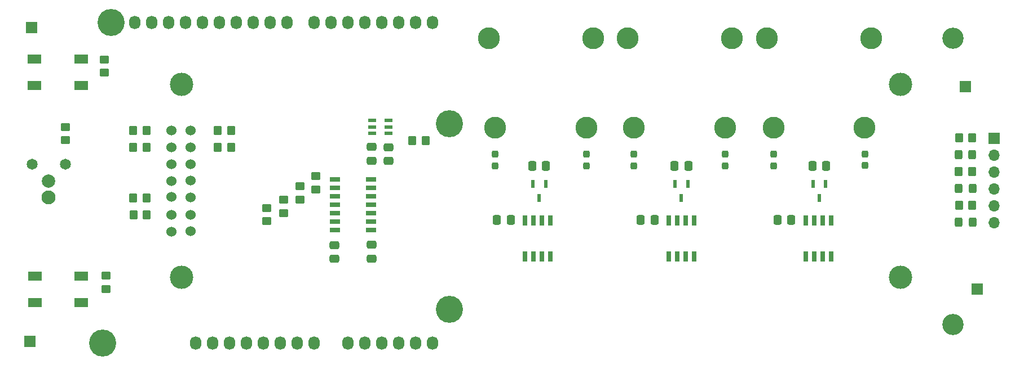
<source format=gts>
G04 #@! TF.GenerationSoftware,KiCad,Pcbnew,(6.0.6)*
G04 #@! TF.CreationDate,2022-11-03T02:00:48+09:00*
G04 #@! TF.ProjectId,mt_reflowcnt,6d745f72-6566-46c6-9f77-636e742e6b69,rev?*
G04 #@! TF.SameCoordinates,Original*
G04 #@! TF.FileFunction,Soldermask,Top*
G04 #@! TF.FilePolarity,Negative*
%FSLAX46Y46*%
G04 Gerber Fmt 4.6, Leading zero omitted, Abs format (unit mm)*
G04 Created by KiCad (PCBNEW (6.0.6)) date 2022-11-03 02:00:48*
%MOMM*%
%LPD*%
G01*
G04 APERTURE LIST*
G04 Aperture macros list*
%AMRoundRect*
0 Rectangle with rounded corners*
0 $1 Rounding radius*
0 $2 $3 $4 $5 $6 $7 $8 $9 X,Y pos of 4 corners*
0 Add a 4 corners polygon primitive as box body*
4,1,4,$2,$3,$4,$5,$6,$7,$8,$9,$2,$3,0*
0 Add four circle primitives for the rounded corners*
1,1,$1+$1,$2,$3*
1,1,$1+$1,$4,$5*
1,1,$1+$1,$6,$7*
1,1,$1+$1,$8,$9*
0 Add four rect primitives between the rounded corners*
20,1,$1+$1,$2,$3,$4,$5,0*
20,1,$1+$1,$4,$5,$6,$7,0*
20,1,$1+$1,$6,$7,$8,$9,0*
20,1,$1+$1,$8,$9,$2,$3,0*%
G04 Aperture macros list end*
%ADD10R,1.700000X1.700000*%
%ADD11O,1.727200X2.032000*%
%ADD12C,4.064000*%
%ADD13R,2.000000X1.400000*%
%ADD14R,1.200000X0.600000*%
%ADD15R,0.650000X1.525000*%
%ADD16RoundRect,0.250000X-0.450000X0.350000X-0.450000X-0.350000X0.450000X-0.350000X0.450000X0.350000X0*%
%ADD17RoundRect,0.250000X0.325000X0.450000X-0.325000X0.450000X-0.325000X-0.450000X0.325000X-0.450000X0*%
%ADD18C,3.294000*%
%ADD19RoundRect,0.250000X0.337500X0.475000X-0.337500X0.475000X-0.337500X-0.475000X0.337500X-0.475000X0*%
%ADD20C,3.200000*%
%ADD21RoundRect,0.250000X0.350000X0.450000X-0.350000X0.450000X-0.350000X-0.450000X0.350000X-0.450000X0*%
%ADD22RoundRect,0.237500X0.237500X-0.287500X0.237500X0.287500X-0.237500X0.287500X-0.237500X-0.287500X0*%
%ADD23RoundRect,0.250000X0.450000X-0.350000X0.450000X0.350000X-0.450000X0.350000X-0.450000X-0.350000X0*%
%ADD24RoundRect,0.250000X-0.475000X0.337500X-0.475000X-0.337500X0.475000X-0.337500X0.475000X0.337500X0*%
%ADD25RoundRect,0.250000X-0.350000X-0.450000X0.350000X-0.450000X0.350000X0.450000X-0.350000X0.450000X0*%
%ADD26R,0.600000X1.250000*%
%ADD27R,1.525000X0.650000*%
%ADD28C,3.500000*%
%ADD29C,1.524000*%
%ADD30O,1.700000X1.700000*%
%ADD31C,2.000000*%
%ADD32C,1.650000*%
%ADD33C,2.100000*%
G04 APERTURE END LIST*
D10*
G04 #@! TO.C,J5*
X114046000Y-123571000D03*
G04 #@! TD*
G04 #@! TO.C,J6*
X114300000Y-76327000D03*
G04 #@! TD*
G04 #@! TO.C,J8*
X254508000Y-85217000D03*
G04 #@! TD*
G04 #@! TO.C,J7*
X256286000Y-115697000D03*
G04 #@! TD*
D11*
G04 #@! TO.C,P1*
X138938000Y-123825000D03*
X141478000Y-123825000D03*
X144018000Y-123825000D03*
X146558000Y-123825000D03*
X149098000Y-123825000D03*
X151638000Y-123825000D03*
X154178000Y-123825000D03*
X156718000Y-123825000D03*
G04 #@! TD*
G04 #@! TO.C,P2*
X161798000Y-123825000D03*
X164338000Y-123825000D03*
X166878000Y-123825000D03*
X169418000Y-123825000D03*
X171958000Y-123825000D03*
X174498000Y-123825000D03*
G04 #@! TD*
G04 #@! TO.C,P3*
X129794000Y-75565000D03*
X132334000Y-75565000D03*
X134874000Y-75565000D03*
X137414000Y-75565000D03*
X139954000Y-75565000D03*
X142494000Y-75565000D03*
X145034000Y-75565000D03*
X147574000Y-75565000D03*
X150114000Y-75565000D03*
X152654000Y-75565000D03*
G04 #@! TD*
G04 #@! TO.C,P4*
X156718000Y-75565000D03*
X159258000Y-75565000D03*
X161798000Y-75565000D03*
X164338000Y-75565000D03*
X166878000Y-75565000D03*
X169418000Y-75565000D03*
X171958000Y-75565000D03*
X174498000Y-75565000D03*
G04 #@! TD*
D12*
G04 #@! TO.C,P5*
X124968000Y-123825000D03*
G04 #@! TD*
G04 #@! TO.C,P6*
X177038000Y-118745000D03*
G04 #@! TD*
G04 #@! TO.C,P7*
X126238000Y-75565000D03*
G04 #@! TD*
G04 #@! TO.C,P8*
X177038000Y-90805000D03*
G04 #@! TD*
D13*
G04 #@! TO.C,S2*
X114711600Y-81083400D03*
X121711600Y-81083400D03*
X114711600Y-85083400D03*
X121711600Y-85083400D03*
G04 #@! TD*
D14*
G04 #@! TO.C,IC2*
X167874000Y-92263000D03*
X167874000Y-91313000D03*
X167874000Y-90363000D03*
X165374000Y-90363000D03*
X165374000Y-91313000D03*
X165374000Y-92263000D03*
G04 #@! TD*
D15*
G04 #@! TO.C,IC5*
X234315000Y-105365000D03*
X233045000Y-105365000D03*
X231775000Y-105365000D03*
X230505000Y-105365000D03*
X230505000Y-110789000D03*
X231775000Y-110789000D03*
X233045000Y-110789000D03*
X234315000Y-110789000D03*
G04 #@! TD*
D16*
G04 #@! TO.C,R16*
X154559000Y-100235000D03*
X154559000Y-102235000D03*
G04 #@! TD*
G04 #@! TO.C,R14*
X149606000Y-103521000D03*
X149606000Y-105521000D03*
G04 #@! TD*
D17*
G04 #@! TO.C,D3*
X255542000Y-105664000D03*
X253492000Y-105664000D03*
G04 #@! TD*
D15*
G04 #@! TO.C,IC4*
X213741000Y-105365000D03*
X212471000Y-105365000D03*
X211201000Y-105365000D03*
X209931000Y-105365000D03*
X209931000Y-110789000D03*
X211201000Y-110789000D03*
X212471000Y-110789000D03*
X213741000Y-110789000D03*
G04 #@! TD*
D18*
G04 #@! TO.C,J4*
X225661600Y-91439800D03*
X239361600Y-91439800D03*
X224661600Y-77939800D03*
X240361600Y-77939800D03*
G04 #@! TD*
D19*
G04 #@! TO.C,C6*
X207793500Y-105283000D03*
X205718500Y-105283000D03*
G04 #@! TD*
D20*
G04 #@! TO.C,H1*
X252603000Y-77978000D03*
G04 #@! TD*
D21*
G04 #@! TO.C,R18*
X173466000Y-93345000D03*
X171466000Y-93345000D03*
G04 #@! TD*
D18*
G04 #@! TO.C,J2*
X183904000Y-91459000D03*
X197604000Y-91459000D03*
X182904000Y-77959000D03*
X198604000Y-77959000D03*
G04 #@! TD*
D21*
G04 #@! TO.C,R5*
X255524000Y-103124000D03*
X253524000Y-103124000D03*
G04 #@! TD*
G04 #@! TO.C,R9*
X131556000Y-94361000D03*
X129556000Y-94361000D03*
G04 #@! TD*
G04 #@! TO.C,R2*
X255524000Y-92964000D03*
X253524000Y-92964000D03*
G04 #@! TD*
D16*
G04 #@! TO.C,R15*
X152146000Y-102267000D03*
X152146000Y-104267000D03*
G04 #@! TD*
D21*
G04 #@! TO.C,R6*
X131572000Y-104521000D03*
X129572000Y-104521000D03*
G04 #@! TD*
D16*
G04 #@! TO.C,R17*
X156972000Y-98711000D03*
X156972000Y-100711000D03*
G04 #@! TD*
D17*
G04 #@! TO.C,D2*
X255542000Y-100584000D03*
X253492000Y-100584000D03*
G04 #@! TD*
D22*
G04 #@! TO.C,L3*
X204724000Y-97155000D03*
X204724000Y-95405000D03*
G04 #@! TD*
D23*
G04 #@! TO.C,R13*
X125222000Y-83153000D03*
X125222000Y-81153000D03*
G04 #@! TD*
D24*
G04 #@! TO.C,C4*
X167894000Y-94361000D03*
X167894000Y-96436000D03*
G04 #@! TD*
D25*
G04 #@! TO.C,R10*
X142256000Y-91821000D03*
X144256000Y-91821000D03*
G04 #@! TD*
D26*
G04 #@! TO.C,IC8*
X233492000Y-99915000D03*
X231582000Y-99915000D03*
X232537000Y-102015000D03*
G04 #@! TD*
D22*
G04 #@! TO.C,L2*
X197612000Y-97155000D03*
X197612000Y-95405000D03*
G04 #@! TD*
D21*
G04 #@! TO.C,R7*
X131556000Y-101981000D03*
X129556000Y-101981000D03*
G04 #@! TD*
D27*
G04 #@! TO.C,IC1*
X165272000Y-106807000D03*
X165272000Y-105537000D03*
X165272000Y-104267000D03*
X165272000Y-102997000D03*
X165272000Y-101727000D03*
X165272000Y-100457000D03*
X165272000Y-99187000D03*
X159848000Y-99187000D03*
X159848000Y-100457000D03*
X159848000Y-101727000D03*
X159848000Y-102997000D03*
X159848000Y-104267000D03*
X159848000Y-105537000D03*
X159848000Y-106807000D03*
G04 #@! TD*
D22*
G04 #@! TO.C,L6*
X239395000Y-97141000D03*
X239395000Y-95391000D03*
G04 #@! TD*
D13*
G04 #@! TO.C,S1*
X114762400Y-113747800D03*
X121762400Y-113747800D03*
X114762400Y-117747800D03*
X121762400Y-117747800D03*
G04 #@! TD*
D28*
G04 #@! TO.C,U1*
X136770000Y-84941000D03*
X244770000Y-84941000D03*
X244770000Y-113941000D03*
X136770000Y-113941000D03*
D29*
X138170000Y-107021000D03*
X135270000Y-107061000D03*
X138170000Y-104521000D03*
X135270000Y-104521000D03*
X138170000Y-101911000D03*
X135270000Y-101891000D03*
X138170000Y-99431000D03*
X135270000Y-99441000D03*
X138170000Y-96901000D03*
X135270000Y-96901000D03*
X138170000Y-94361000D03*
X135270000Y-94361000D03*
X138170000Y-91821000D03*
X135270000Y-91821000D03*
G04 #@! TD*
D26*
G04 #@! TO.C,IC6*
X191455000Y-99915000D03*
X189545000Y-99915000D03*
X190500000Y-102015000D03*
G04 #@! TD*
D20*
G04 #@! TO.C,H2*
X252603000Y-121031000D03*
G04 #@! TD*
D21*
G04 #@! TO.C,R11*
X131556000Y-91821000D03*
X129556000Y-91821000D03*
G04 #@! TD*
D10*
G04 #@! TO.C,J1*
X258826000Y-93040200D03*
D30*
X258826000Y-95580200D03*
X258826000Y-98120200D03*
X258826000Y-100660200D03*
X258826000Y-103200200D03*
X258826000Y-105740200D03*
G04 #@! TD*
D24*
G04 #@! TO.C,C3*
X165354000Y-109050000D03*
X165354000Y-111125000D03*
G04 #@! TD*
D21*
G04 #@! TO.C,R4*
X255508000Y-98044000D03*
X253508000Y-98044000D03*
G04 #@! TD*
D17*
G04 #@! TO.C,D1*
X255524000Y-95504000D03*
X253474000Y-95504000D03*
G04 #@! TD*
D23*
G04 #@! TO.C,R12*
X125476000Y-115697000D03*
X125476000Y-113697000D03*
G04 #@! TD*
D19*
G04 #@! TO.C,C8*
X191516000Y-97155000D03*
X189441000Y-97155000D03*
G04 #@! TD*
G04 #@! TO.C,C7*
X228346000Y-105283000D03*
X226271000Y-105283000D03*
G04 #@! TD*
D25*
G04 #@! TO.C,R8*
X142240000Y-94361000D03*
X144240000Y-94361000D03*
G04 #@! TD*
D26*
G04 #@! TO.C,IC7*
X212791000Y-99915000D03*
X210881000Y-99915000D03*
X211836000Y-102015000D03*
G04 #@! TD*
D22*
G04 #@! TO.C,L4*
X218440000Y-97155000D03*
X218440000Y-95405000D03*
G04 #@! TD*
D18*
G04 #@! TO.C,J3*
X204732000Y-91439800D03*
X218432000Y-91439800D03*
X203732000Y-77939800D03*
X219432000Y-77939800D03*
G04 #@! TD*
D31*
G04 #@! TO.C,R3*
X116840000Y-99451400D03*
D32*
X119340000Y-96951400D03*
X114340000Y-96951400D03*
D33*
X116840000Y-101951400D03*
G04 #@! TD*
D19*
G04 #@! TO.C,C10*
X233596000Y-97155000D03*
X231521000Y-97155000D03*
G04 #@! TD*
D24*
G04 #@! TO.C,C1*
X159766000Y-109093000D03*
X159766000Y-111168000D03*
G04 #@! TD*
D19*
G04 #@! TO.C,C9*
X212873500Y-97155000D03*
X210798500Y-97155000D03*
G04 #@! TD*
D24*
G04 #@! TO.C,C2*
X165354000Y-94339500D03*
X165354000Y-96414500D03*
G04 #@! TD*
D19*
G04 #@! TO.C,C5*
X186203500Y-105283000D03*
X184128500Y-105283000D03*
G04 #@! TD*
D22*
G04 #@! TO.C,L5*
X225679000Y-97155000D03*
X225679000Y-95405000D03*
G04 #@! TD*
D16*
G04 #@! TO.C,R1*
X119380000Y-91329000D03*
X119380000Y-93329000D03*
G04 #@! TD*
D22*
G04 #@! TO.C,L1*
X183896000Y-97155000D03*
X183896000Y-95405000D03*
G04 #@! TD*
D15*
G04 #@! TO.C,IC3*
X192151000Y-105365000D03*
X190881000Y-105365000D03*
X189611000Y-105365000D03*
X188341000Y-105365000D03*
X188341000Y-110789000D03*
X189611000Y-110789000D03*
X190881000Y-110789000D03*
X192151000Y-110789000D03*
G04 #@! TD*
M02*

</source>
